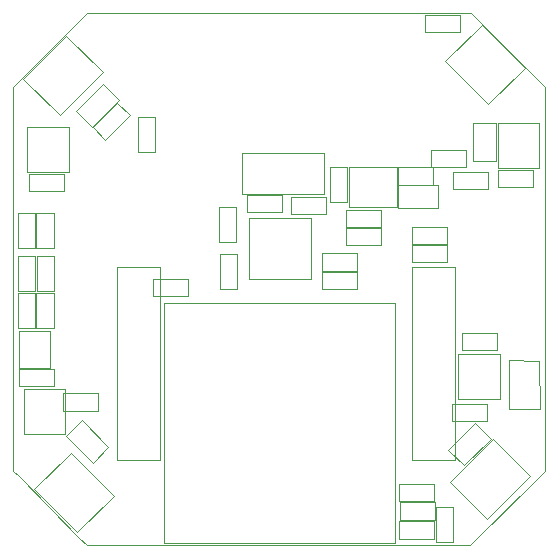
<source format=gbr>
G04 #@! TF.GenerationSoftware,KiCad,Pcbnew,9.0.1*
G04 #@! TF.CreationDate,2025-04-25T12:08:24+05:30*
G04 #@! TF.ProjectId,esp32_quad_baro_bootser_nousb_BMP,65737033-325f-4717-9561-645f6261726f,rev?*
G04 #@! TF.SameCoordinates,Original*
G04 #@! TF.FileFunction,Other,User*
%FSLAX46Y46*%
G04 Gerber Fmt 4.6, Leading zero omitted, Abs format (unit mm)*
G04 Created by KiCad (PCBNEW 9.0.1) date 2025-04-25 12:08:24*
%MOMM*%
%LPD*%
G01*
G04 APERTURE LIST*
%ADD10C,0.050000*%
G04 #@! TA.AperFunction,Profile*
%ADD11C,0.025400*%
G04 #@! TD*
G04 APERTURE END LIST*
D10*
X110350550Y-84573930D02*
X111810550Y-84573930D01*
X110350550Y-87533930D02*
X110350550Y-84573930D01*
X111810550Y-84573930D02*
X111810550Y-87533930D01*
X111810550Y-87533930D02*
X110350550Y-87533930D01*
X109250000Y-95872220D02*
X112750000Y-95872220D01*
X109250000Y-99672220D02*
X109250000Y-95872220D01*
X112750000Y-95872220D02*
X112750000Y-99672220D01*
X112750000Y-99672220D02*
X109250000Y-99672220D01*
X108900000Y-90950000D02*
X108900000Y-94050000D01*
X108900000Y-94050000D02*
X111500000Y-94050000D01*
X111500000Y-90950000D02*
X108900000Y-90950000D01*
X111500000Y-94050000D02*
X111500000Y-90950000D01*
X144160490Y-105832460D02*
X145620490Y-105832460D01*
X144160490Y-108792460D02*
X144160490Y-105832460D01*
X145620490Y-105832460D02*
X145620490Y-108792460D01*
X145620490Y-108792460D02*
X144160490Y-108792460D01*
X134497630Y-84366350D02*
X137457630Y-84366350D01*
X134497630Y-85826350D02*
X134497630Y-84366350D01*
X137457630Y-84366350D02*
X137457630Y-85826350D01*
X137457630Y-85826350D02*
X134497630Y-85826350D01*
X125849630Y-84397400D02*
X127309630Y-84397400D01*
X125849630Y-87357400D02*
X125849630Y-84397400D01*
X127309630Y-84397400D02*
X127309630Y-87357400D01*
X127309630Y-87357400D02*
X125849630Y-87357400D01*
X110340000Y-87745000D02*
X111800000Y-87745000D01*
X110340000Y-90705000D02*
X110340000Y-87745000D01*
X111800000Y-87745000D02*
X111800000Y-90705000D01*
X111800000Y-90705000D02*
X110340000Y-90705000D01*
X140965450Y-78584230D02*
X144365450Y-78584230D01*
X140965450Y-80544230D02*
X140965450Y-78584230D01*
X144365450Y-78584230D02*
X144365450Y-80544230D01*
X144365450Y-80544230D02*
X140965450Y-80544230D01*
X131895000Y-79590000D02*
X134855000Y-79590000D01*
X131895000Y-81050000D02*
X131895000Y-79590000D01*
X134855000Y-79590000D02*
X134855000Y-81050000D01*
X134855000Y-81050000D02*
X131895000Y-81050000D01*
X120234260Y-86506300D02*
X123194260Y-86506300D01*
X120234260Y-87966300D02*
X120234260Y-86506300D01*
X123194260Y-86506300D02*
X123194260Y-87966300D01*
X123194260Y-87966300D02*
X120234260Y-87966300D01*
X128345940Y-81320420D02*
X133575940Y-81320420D01*
X128345940Y-86550420D02*
X128345940Y-81320420D01*
X133575940Y-81320420D02*
X133575940Y-86550420D01*
X133575940Y-86550420D02*
X128345940Y-86550420D01*
X140979710Y-77070200D02*
X143939710Y-77070200D01*
X140979710Y-78530200D02*
X140979710Y-77070200D01*
X143939710Y-77070200D02*
X143939710Y-78530200D01*
X143939710Y-78530200D02*
X140979710Y-78530200D01*
X108765590Y-80932840D02*
X110225590Y-80932840D01*
X108765590Y-83892840D02*
X108765590Y-80932840D01*
X110225590Y-80932840D02*
X110225590Y-83892840D01*
X110225590Y-83892840D02*
X108765590Y-83892840D01*
X150352500Y-93437500D02*
X150377500Y-97562500D01*
X150377500Y-97562500D02*
X152952500Y-97562500D01*
X152927500Y-93437500D02*
X150340000Y-93425000D01*
X152952500Y-97562500D02*
X152927500Y-93437500D01*
X143278410Y-64156840D02*
X146238410Y-64156840D01*
X143278410Y-65616840D02*
X143278410Y-64156840D01*
X146238410Y-64156840D02*
X146238410Y-65616840D01*
X146238410Y-65616840D02*
X143278410Y-65616840D01*
X121178110Y-108901450D02*
X121178110Y-88591450D01*
X140678110Y-88591450D02*
X121178110Y-88591450D01*
X140678110Y-88591450D02*
X140678110Y-108901450D01*
X140678110Y-108901450D02*
X121178110Y-108901450D01*
X145220968Y-100969959D02*
X146564471Y-102313462D01*
X145220968Y-100969959D02*
X147483709Y-98707218D01*
X146564471Y-102313462D02*
X148827212Y-100050721D01*
X147483709Y-98707218D02*
X148827212Y-100050721D01*
X109726280Y-77656940D02*
X112686280Y-77656940D01*
X109726280Y-79116940D02*
X109726280Y-77656940D01*
X112686280Y-77656940D02*
X112686280Y-79116940D01*
X112686280Y-79116940D02*
X109726280Y-79116940D01*
X115113464Y-73682330D02*
X117206500Y-71589294D01*
X116145840Y-74714706D02*
X115113464Y-73682330D01*
X117206500Y-71589294D02*
X118238876Y-72621670D01*
X118238876Y-72621670D02*
X116145840Y-74714706D01*
X142155730Y-83646260D02*
X145115730Y-83646260D01*
X142155730Y-85106260D02*
X142155730Y-83646260D01*
X145115730Y-83646260D02*
X145115730Y-85106260D01*
X145115730Y-85106260D02*
X142155730Y-85106260D01*
X143735000Y-75580000D02*
X146695000Y-75580000D01*
X143735000Y-77040000D02*
X143735000Y-75580000D01*
X146695000Y-75580000D02*
X146695000Y-77040000D01*
X146695000Y-77040000D02*
X143735000Y-77040000D01*
X110342930Y-80943000D02*
X111802930Y-80943000D01*
X110342930Y-83903000D02*
X110342930Y-80943000D01*
X111802930Y-80943000D02*
X111802930Y-83903000D01*
X111802930Y-83903000D02*
X110342930Y-83903000D01*
X134497630Y-85904320D02*
X137457630Y-85904320D01*
X134497630Y-87364320D02*
X134497630Y-85904320D01*
X137457630Y-85904320D02*
X137457630Y-87364320D01*
X137457630Y-87364320D02*
X134497630Y-87364320D01*
X136584240Y-80673190D02*
X139544240Y-80673190D01*
X136584240Y-82133190D02*
X136584240Y-80673190D01*
X139544240Y-80673190D02*
X139544240Y-82133190D01*
X139544240Y-82133190D02*
X136584240Y-82133190D01*
X146364510Y-91099890D02*
X149324510Y-91099890D01*
X146364510Y-92559890D02*
X146364510Y-91099890D01*
X149324510Y-91099890D02*
X149324510Y-92559890D01*
X149324510Y-92559890D02*
X146364510Y-92559890D01*
X108865220Y-94158050D02*
X111825220Y-94158050D01*
X108865220Y-95618050D02*
X108865220Y-94158050D01*
X111825220Y-94158050D02*
X111825220Y-95618050D01*
X111825220Y-95618050D02*
X108865220Y-95618050D01*
X145606320Y-77435960D02*
X148566320Y-77435960D01*
X145606320Y-78895960D02*
X145606320Y-77435960D01*
X148566320Y-77435960D02*
X148566320Y-78895960D01*
X148566320Y-78895960D02*
X145606320Y-78895960D01*
X146057680Y-92896610D02*
X149557680Y-92896610D01*
X146057680Y-96696610D02*
X146057680Y-92896610D01*
X149557680Y-92896610D02*
X149557680Y-96696610D01*
X149557680Y-96696610D02*
X146057680Y-96696610D01*
X109232437Y-69563190D02*
X112343707Y-72674460D01*
X112343707Y-72674460D02*
X115985307Y-69032860D01*
X112874037Y-65921590D02*
X109232437Y-69563190D01*
X115985307Y-69032860D02*
X112874037Y-65921590D01*
X141105000Y-105430000D02*
X144065000Y-105430000D01*
X141105000Y-106890000D02*
X141105000Y-105430000D01*
X144065000Y-105430000D02*
X144065000Y-106890000D01*
X144065000Y-106890000D02*
X141105000Y-106890000D01*
X109579470Y-73692940D02*
X113079470Y-73692940D01*
X109579470Y-77492940D02*
X109579470Y-73692940D01*
X113079470Y-73692940D02*
X113079470Y-77492940D01*
X113079470Y-77492940D02*
X109579470Y-77492940D01*
X142155730Y-82126070D02*
X145115730Y-82126070D01*
X142155730Y-83586070D02*
X142155730Y-82126070D01*
X145115730Y-82126070D02*
X145115730Y-83586070D01*
X145115730Y-83586070D02*
X142155730Y-83586070D01*
X115029101Y-73658452D02*
X113685598Y-72314949D01*
X115948339Y-70052208D02*
X113685598Y-72314949D01*
X117291842Y-71395711D02*
X115029101Y-73658452D01*
X117291842Y-71395711D02*
X115948339Y-70052208D01*
X141081610Y-107049820D02*
X144041610Y-107049820D01*
X141081610Y-108509820D02*
X141081610Y-107049820D01*
X144041610Y-107049820D02*
X144041610Y-108509820D01*
X144041610Y-108509820D02*
X141081610Y-108509820D01*
X145368070Y-103693553D02*
X148479340Y-106804823D01*
X148479340Y-106804823D02*
X152120940Y-103163223D01*
X149009670Y-100051953D02*
X145368070Y-103693553D01*
X152120940Y-103163223D02*
X149009670Y-100051953D01*
X147311070Y-73343970D02*
X147311070Y-76543970D01*
X149211070Y-73343970D02*
X147311070Y-73343970D01*
X149211070Y-73343970D02*
X149211070Y-76543970D01*
X149211070Y-76543970D02*
X147311070Y-76543970D01*
X136593130Y-82189570D02*
X139553130Y-82189570D01*
X136593130Y-83649570D02*
X136593130Y-82189570D01*
X139553130Y-82189570D02*
X139553130Y-83649570D01*
X139553130Y-83649570D02*
X136593130Y-83649570D01*
X145549170Y-97115880D02*
X148509170Y-97115880D01*
X145549170Y-98575880D02*
X145549170Y-97115880D01*
X148509170Y-97115880D02*
X148509170Y-98575880D01*
X148509170Y-98575880D02*
X145549170Y-98575880D01*
X141082580Y-103850690D02*
X144042580Y-103850690D01*
X141082580Y-105310690D02*
X141082580Y-103850690D01*
X144042580Y-103850690D02*
X144042580Y-105310690D01*
X144042580Y-105310690D02*
X141082580Y-105310690D01*
X125802640Y-80408330D02*
X127262640Y-80408330D01*
X125802640Y-83368330D02*
X125802640Y-80408330D01*
X127262640Y-80408330D02*
X127262640Y-83368330D01*
X127262640Y-83368330D02*
X125802640Y-83368330D01*
X149390000Y-73330000D02*
X152890000Y-73330000D01*
X149390000Y-77130000D02*
X149390000Y-73330000D01*
X152890000Y-73330000D02*
X152890000Y-77130000D01*
X152890000Y-77130000D02*
X149390000Y-77130000D01*
X108784640Y-84619970D02*
X110244640Y-84619970D01*
X108784640Y-87579970D02*
X108784640Y-84619970D01*
X110244640Y-84619970D02*
X110244640Y-87579970D01*
X110244640Y-87579970D02*
X108784640Y-87579970D01*
X136800370Y-77065400D02*
X136800370Y-80465400D01*
X136800370Y-80465400D02*
X140900370Y-80465400D01*
X140900370Y-77065400D02*
X136800370Y-77065400D01*
X140900370Y-80465400D02*
X140900370Y-77065400D01*
X117200000Y-85513770D02*
X117200000Y-101813770D01*
X117200000Y-101813770D02*
X120800000Y-101813770D01*
X120800000Y-85513770D02*
X117200000Y-85513770D01*
X120800000Y-101813770D02*
X120800000Y-85513770D01*
X118950000Y-72835000D02*
X120410000Y-72835000D01*
X118950000Y-75795000D02*
X118950000Y-72835000D01*
X120410000Y-72835000D02*
X120410000Y-75795000D01*
X120410000Y-75795000D02*
X118950000Y-75795000D01*
X127720000Y-75850000D02*
X134720000Y-75850000D01*
X127720000Y-79350000D02*
X127720000Y-75850000D01*
X134720000Y-75850000D02*
X134720000Y-79350000D01*
X134720000Y-79350000D02*
X127720000Y-79350000D01*
X128135000Y-79420000D02*
X131095000Y-79420000D01*
X128135000Y-80880000D02*
X128135000Y-79420000D01*
X131095000Y-79420000D02*
X131095000Y-80880000D01*
X131095000Y-80880000D02*
X128135000Y-80880000D01*
X149415000Y-77290000D02*
X152375000Y-77290000D01*
X149415000Y-78750000D02*
X149415000Y-77290000D01*
X152375000Y-77290000D02*
X152375000Y-78750000D01*
X152375000Y-78750000D02*
X149415000Y-78750000D01*
X135173970Y-77072040D02*
X136633970Y-77072040D01*
X135173970Y-80032040D02*
X135173970Y-77072040D01*
X136633970Y-77072040D02*
X136633970Y-80032040D01*
X136633970Y-80032040D02*
X135173970Y-80032040D01*
X144928610Y-68089287D02*
X148570210Y-71730887D01*
X148039880Y-64978017D02*
X144928610Y-68089287D01*
X148570210Y-71730887D02*
X151681480Y-68619617D01*
X151681480Y-68619617D02*
X148039880Y-64978017D01*
X108751620Y-87703530D02*
X110211620Y-87703530D01*
X108751620Y-90663530D02*
X108751620Y-87703530D01*
X110211620Y-87703530D02*
X110211620Y-90663530D01*
X110211620Y-90663530D02*
X108751620Y-90663530D01*
X110131560Y-104328983D02*
X113773160Y-107970583D01*
X113242830Y-101217713D02*
X110131560Y-104328983D01*
X113773160Y-107970583D02*
X116884430Y-104859313D01*
X116884430Y-104859313D02*
X113242830Y-101217713D01*
X112571080Y-96211640D02*
X115531080Y-96211640D01*
X112571080Y-97671640D02*
X112571080Y-96211640D01*
X115531080Y-96211640D02*
X115531080Y-97671640D01*
X115531080Y-97671640D02*
X112571080Y-97671640D01*
X142144070Y-85541710D02*
X142144070Y-101841710D01*
X142144070Y-101841710D02*
X145744070Y-101841710D01*
X145744070Y-85541710D02*
X142144070Y-85541710D01*
X145744070Y-101841710D02*
X145744070Y-85541710D01*
X112833428Y-99827201D02*
X114176931Y-98483698D01*
X115096169Y-102089942D02*
X112833428Y-99827201D01*
X115096169Y-102089942D02*
X116439672Y-100746439D01*
X116439672Y-100746439D02*
X114176931Y-98483698D01*
D11*
X122647460Y-109008420D02*
X119947440Y-109008420D01*
X108397550Y-101116380D02*
X108397550Y-102768910D01*
X141847570Y-109008420D02*
X147090000Y-109008420D01*
X108397550Y-70248020D02*
X108860000Y-69790000D01*
X108397550Y-75400410D02*
X108397550Y-97616520D01*
X139147550Y-109008420D02*
X141847570Y-109008420D01*
X114637060Y-64008510D02*
X113940000Y-64690000D01*
X108397550Y-97616520D02*
X108397550Y-101116380D01*
X113970000Y-108460000D02*
X114637060Y-109008420D01*
X123247410Y-64008510D02*
X138547610Y-64008510D01*
X153397460Y-71900540D02*
X153397460Y-70248020D01*
X147157950Y-64008510D02*
X153397460Y-70248020D01*
X108397550Y-102768910D02*
X108840000Y-103230000D01*
X153397460Y-102768910D02*
X153080000Y-103120000D01*
X108397550Y-70248020D02*
X108397550Y-71900540D01*
X147090000Y-109008420D02*
X153080000Y-103120000D01*
X153397460Y-97616520D02*
X153397460Y-75400410D01*
X113940000Y-64690000D02*
X108860000Y-69790000D01*
X139147550Y-109008420D02*
X122647460Y-109008420D01*
X153397460Y-102768910D02*
X153397460Y-101116380D01*
X153397460Y-71900540D02*
X153397460Y-75400410D01*
X108840000Y-103230000D02*
X113970000Y-108460000D01*
X147157950Y-64008510D02*
X138547610Y-64008510D01*
X123247410Y-64008510D02*
X114637060Y-64008510D01*
X114637060Y-109008420D02*
X119947440Y-109008420D01*
X153397460Y-97616520D02*
X153397460Y-101116380D01*
X108397550Y-75400410D02*
X108397550Y-71900540D01*
M02*

</source>
